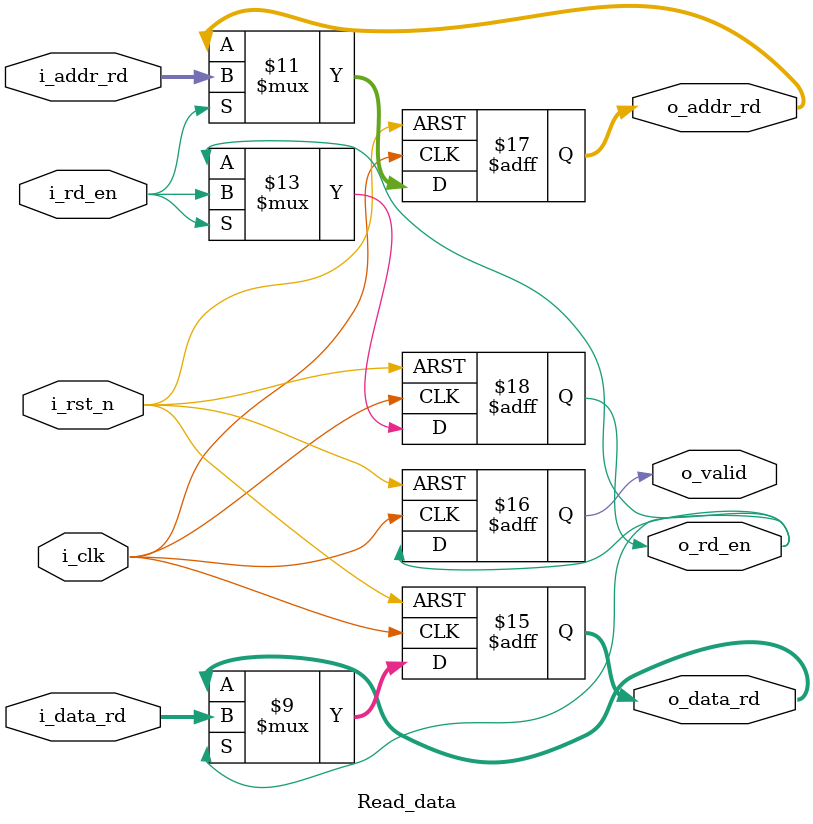
<source format=sv>
module Read_data #(
    parameter SIZE_ADDR     = 8 ,
    parameter SIZE_DATA     = 8  
)(
    input logic                     i_clk       ,
    input logic                     i_rst_n     ,
    input logic                     i_rd_en     ,
    input logic [SIZE_ADDR-1:0]     i_addr_rd   ,
    input logic [SIZE_DATA-1:0]     i_data_rd   ,
    output logic [SIZE_ADDR-1:0]    o_addr_rd   ,
    output logic [SIZE_DATA-1:0]    o_data_rd   ,
    output logic                    o_rd_en     ,
    output logic                    o_valid      
);

always_ff @( posedge i_clk or negedge i_rst_n ) begin : proc_rd_en
    if(~i_rst_n) begin
        o_rd_en     <= '0;
    end else if(i_rd_en) begin
        o_rd_en     <= i_rd_en;
    end
end

always_ff @( posedge i_clk or negedge i_rst_n ) begin : proc_add_rd
    if(~i_rst_n) begin
        o_addr_rd       <= '0; 
    end else if(i_rd_en) begin
        o_addr_rd       <= i_addr_rd;
    end
end

always_ff @( posedge i_clk or negedge i_rst_n ) begin : proc_valid
    if(~i_rst_n) begin
        o_valid         <= '0;
    end else begin
        o_valid         <= o_rd_en;
    end
end

always_ff @( posedge i_clk or negedge i_rst_n ) begin : proc_data_rd
    if(~i_rst_n) begin
        o_data_rd       <= '0;
    end else if(o_rd_en) begin
        o_data_rd       <= i_data_rd;
    end
end
endmodule

</source>
